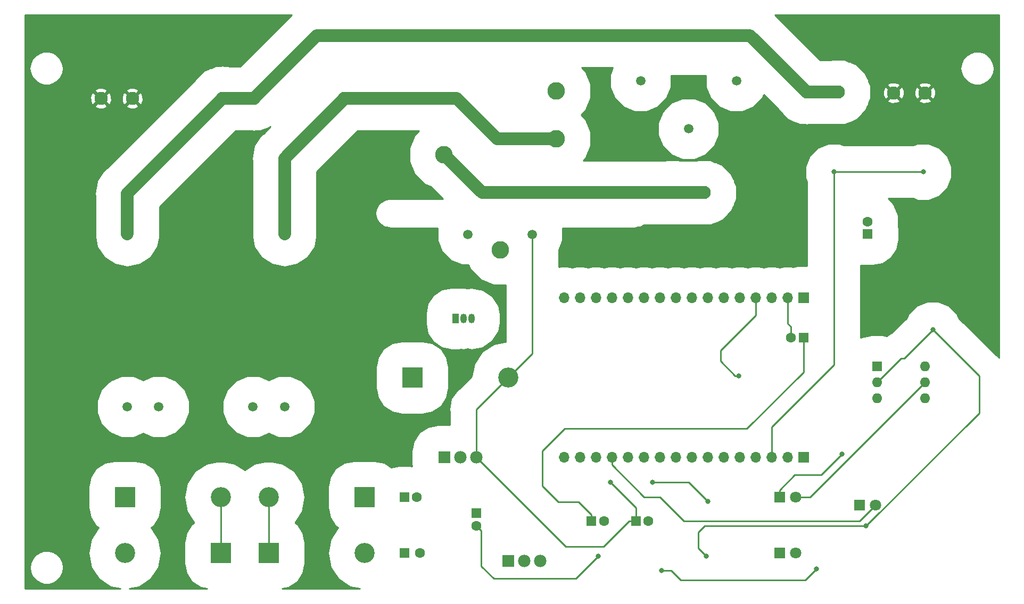
<source format=gbr>
G04 #@! TF.GenerationSoftware,KiCad,Pcbnew,(5.0.1)-4*
G04 #@! TF.CreationDate,2021-06-16T15:33:18+02:00*
G04 #@! TF.ProjectId,IOT SMART SWITCH,494F5420534D41525420535749544348,1.0*
G04 #@! TF.SameCoordinates,Original*
G04 #@! TF.FileFunction,Copper,L2,Bot,Signal*
G04 #@! TF.FilePolarity,Positive*
%FSLAX46Y46*%
G04 Gerber Fmt 4.6, Leading zero omitted, Abs format (unit mm)*
G04 Created by KiCad (PCBNEW (5.0.1)-4) date 2021/06/16 15:33:18*
%MOMM*%
%LPD*%
G01*
G04 APERTURE LIST*
G04 #@! TA.AperFunction,ComponentPad*
%ADD10O,1.700000X1.700000*%
G04 #@! TD*
G04 #@! TA.AperFunction,ComponentPad*
%ADD11R,1.700000X1.700000*%
G04 #@! TD*
G04 #@! TA.AperFunction,ComponentPad*
%ADD12R,1.600000X1.600000*%
G04 #@! TD*
G04 #@! TA.AperFunction,ComponentPad*
%ADD13C,1.600000*%
G04 #@! TD*
G04 #@! TA.AperFunction,ComponentPad*
%ADD14C,1.519000*%
G04 #@! TD*
G04 #@! TA.AperFunction,ComponentPad*
%ADD15C,2.100000*%
G04 #@! TD*
G04 #@! TA.AperFunction,ComponentPad*
%ADD16C,1.500000*%
G04 #@! TD*
G04 #@! TA.AperFunction,ComponentPad*
%ADD17O,3.200000X3.200000*%
G04 #@! TD*
G04 #@! TA.AperFunction,ComponentPad*
%ADD18R,3.200000X3.200000*%
G04 #@! TD*
G04 #@! TA.AperFunction,ComponentPad*
%ADD19C,1.800000*%
G04 #@! TD*
G04 #@! TA.AperFunction,ComponentPad*
%ADD20R,1.800000X1.800000*%
G04 #@! TD*
G04 #@! TA.AperFunction,ComponentPad*
%ADD21C,2.800000*%
G04 #@! TD*
G04 #@! TA.AperFunction,ComponentPad*
%ADD22O,1.050000X1.500000*%
G04 #@! TD*
G04 #@! TA.AperFunction,ComponentPad*
%ADD23R,1.050000X1.500000*%
G04 #@! TD*
G04 #@! TA.AperFunction,ComponentPad*
%ADD24O,1.600000X1.600000*%
G04 #@! TD*
G04 #@! TA.AperFunction,ComponentPad*
%ADD25C,1.980000*%
G04 #@! TD*
G04 #@! TA.AperFunction,ComponentPad*
%ADD26R,1.980000X1.980000*%
G04 #@! TD*
G04 #@! TA.AperFunction,ViaPad*
%ADD27C,0.800000*%
G04 #@! TD*
G04 #@! TA.AperFunction,Conductor*
%ADD28C,0.250000*%
G04 #@! TD*
G04 #@! TA.AperFunction,Conductor*
%ADD29C,2.000000*%
G04 #@! TD*
G04 #@! TA.AperFunction,Conductor*
%ADD30C,0.254000*%
G04 #@! TD*
G04 APERTURE END LIST*
D10*
G04 #@! TO.P,J4,16*
G04 #@! TO.N,Net-(J4-Pad16)*
X152400000Y-77470000D03*
G04 #@! TO.P,J4,15*
G04 #@! TO.N,Net-(J4-Pad15)*
X154940000Y-77470000D03*
G04 #@! TO.P,J4,14*
G04 #@! TO.N,Net-(J4-Pad14)*
X157480000Y-77470000D03*
G04 #@! TO.P,J4,13*
G04 #@! TO.N,Net-(J4-Pad13)*
X160020000Y-77470000D03*
G04 #@! TO.P,J4,12*
G04 #@! TO.N,Net-(J4-Pad12)*
X162560000Y-77470000D03*
G04 #@! TO.P,J4,11*
G04 #@! TO.N,Net-(J4-Pad11)*
X165100000Y-77470000D03*
G04 #@! TO.P,J4,10*
G04 #@! TO.N,Net-(J4-Pad10)*
X167640000Y-77470000D03*
G04 #@! TO.P,J4,9*
G04 #@! TO.N,Net-(J4-Pad9)*
X170180000Y-77470000D03*
G04 #@! TO.P,J4,8*
G04 #@! TO.N,Net-(J4-Pad8)*
X172720000Y-77470000D03*
G04 #@! TO.P,J4,7*
G04 #@! TO.N,Net-(J4-Pad7)*
X175260000Y-77470000D03*
G04 #@! TO.P,J4,6*
G04 #@! TO.N,Net-(J4-Pad6)*
X177800000Y-77470000D03*
G04 #@! TO.P,J4,5*
G04 #@! TO.N,Net-(J4-Pad5)*
X180340000Y-77470000D03*
G04 #@! TO.P,J4,4*
G04 #@! TO.N,ESP_Pin_21*
X182880000Y-77470000D03*
G04 #@! TO.P,J4,3*
G04 #@! TO.N,Net-(J4-Pad3)*
X185420000Y-77470000D03*
G04 #@! TO.P,J4,2*
G04 #@! TO.N,GNDPWR*
X187960000Y-77470000D03*
D11*
G04 #@! TO.P,J4,1*
G04 #@! TO.N,3V3_DC*
X190500000Y-77470000D03*
G04 #@! TD*
D12*
G04 #@! TO.P,C6,1*
G04 #@! TO.N,12V_DC*
X163830000Y-113030000D03*
D13*
G04 #@! TO.P,C6,2*
G04 #@! TO.N,GNDPWR*
X165830000Y-113030000D03*
G04 #@! TD*
D14*
G04 #@! TO.P,T2,1*
G04 #@! TO.N,CT_ADC*
X164592000Y-42926000D03*
G04 #@! TO.P,T2,2*
G04 #@! TO.N,Net-(C2-Pad1)*
X179832000Y-42926000D03*
G04 #@! TO.P,T2,3*
G04 #@! TO.N,Net-(T2-Pad3)*
X172212000Y-50546000D03*
G04 #@! TD*
D15*
G04 #@! TO.P,J7,1*
G04 #@! TO.N,Net-(J7-Pad1)*
X169672000Y-60706000D03*
G04 #@! TO.P,J7,2*
X174672000Y-60706000D03*
G04 #@! TD*
D16*
G04 #@! TO.P,T1,1*
G04 #@! TO.N,MAINS_L*
X107950000Y-67310000D03*
G04 #@! TO.P,T1,2*
G04 #@! TO.N,MAINS_N*
X82950000Y-67310000D03*
G04 #@! TO.P,T1,3*
G04 #@! TO.N,-18V_AC*
X82950000Y-94810000D03*
G04 #@! TO.P,T1,4*
X87950000Y-94810000D03*
G04 #@! TO.P,T1,5*
G04 #@! TO.N,Net-(D2-Pad2)*
X102950000Y-94810000D03*
G04 #@! TO.P,T1,6*
X107950000Y-94810000D03*
G04 #@! TD*
D12*
G04 #@! TO.P,C1,1*
G04 #@! TO.N,16V_DC*
X127000000Y-118110000D03*
D13*
G04 #@! TO.P,C1,2*
G04 #@! TO.N,GNDPWR*
X129500000Y-118110000D03*
G04 #@! TD*
G04 #@! TO.P,C2,2*
G04 #@! TO.N,GNDPWR*
X200660000Y-65310000D03*
D12*
G04 #@! TO.P,C2,1*
G04 #@! TO.N,Net-(C2-Pad1)*
X200660000Y-67310000D03*
G04 #@! TD*
D13*
G04 #@! TO.P,C3,2*
G04 #@! TO.N,GNDPWR*
X129000000Y-109220000D03*
D12*
G04 #@! TO.P,C3,1*
G04 #@! TO.N,16V_DC*
X127000000Y-109220000D03*
G04 #@! TD*
G04 #@! TO.P,C4,1*
G04 #@! TO.N,16V_DC*
X138430000Y-111760000D03*
D13*
G04 #@! TO.P,C4,2*
G04 #@! TO.N,GNDPWR*
X138430000Y-113760000D03*
G04 #@! TD*
D12*
G04 #@! TO.P,C5,1*
G04 #@! TO.N,3V3_DC*
X190500000Y-83820000D03*
D13*
G04 #@! TO.P,C5,2*
G04 #@! TO.N,GNDPWR*
X188500000Y-83820000D03*
G04 #@! TD*
G04 #@! TO.P,C7,2*
G04 #@! TO.N,GNDPWR*
X158750000Y-113030000D03*
D12*
G04 #@! TO.P,C7,1*
G04 #@! TO.N,3V3_DC*
X156750000Y-113030000D03*
G04 #@! TD*
D17*
G04 #@! TO.P,D1,2*
G04 #@! TO.N,12V_DC*
X143510000Y-90170000D03*
D18*
G04 #@! TO.P,D1,1*
G04 #@! TO.N,Net-(D1-Pad1)*
X128270000Y-90170000D03*
G04 #@! TD*
G04 #@! TO.P,D2,1*
G04 #@! TO.N,16V_DC*
X120650000Y-109220000D03*
D17*
G04 #@! TO.P,D2,2*
G04 #@! TO.N,Net-(D2-Pad2)*
X105410000Y-109220000D03*
G04 #@! TD*
G04 #@! TO.P,D3,2*
G04 #@! TO.N,GNDPWR*
X120650000Y-118110000D03*
D18*
G04 #@! TO.P,D3,1*
G04 #@! TO.N,Net-(D2-Pad2)*
X105410000Y-118110000D03*
G04 #@! TD*
G04 #@! TO.P,D4,1*
G04 #@! TO.N,16V_DC*
X82550000Y-109220000D03*
D17*
G04 #@! TO.P,D4,2*
G04 #@! TO.N,-18V_AC*
X97790000Y-109220000D03*
G04 #@! TD*
D18*
G04 #@! TO.P,D5,1*
G04 #@! TO.N,-18V_AC*
X97790000Y-118110000D03*
D17*
G04 #@! TO.P,D5,2*
G04 #@! TO.N,GNDPWR*
X82550000Y-118110000D03*
G04 #@! TD*
D19*
G04 #@! TO.P,D6,2*
G04 #@! TO.N,Net-(D6-Pad2)*
X201930000Y-110490000D03*
D20*
G04 #@! TO.P,D6,1*
G04 #@! TO.N,Net-(D6-Pad1)*
X199390000Y-110490000D03*
G04 #@! TD*
G04 #@! TO.P,D7,1*
G04 #@! TO.N,Net-(D7-Pad1)*
X186690000Y-109220000D03*
D19*
G04 #@! TO.P,D7,2*
G04 #@! TO.N,12V_DC*
X189230000Y-109220000D03*
G04 #@! TD*
D20*
G04 #@! TO.P,D8,1*
G04 #@! TO.N,Net-(D8-Pad1)*
X186690000Y-118110000D03*
D19*
G04 #@! TO.P,D8,2*
G04 #@! TO.N,3V3_DC*
X189230000Y-118110000D03*
G04 #@! TD*
D11*
G04 #@! TO.P,J5,1*
G04 #@! TO.N,Net-(J5-Pad1)*
X190500000Y-102870000D03*
D10*
G04 #@! TO.P,J5,2*
G04 #@! TO.N,Net-(J5-Pad2)*
X187960000Y-102870000D03*
G04 #@! TO.P,J5,3*
G04 #@! TO.N,CT_ADC*
X185420000Y-102870000D03*
G04 #@! TO.P,J5,4*
G04 #@! TO.N,Net-(J5-Pad4)*
X182880000Y-102870000D03*
G04 #@! TO.P,J5,5*
G04 #@! TO.N,Net-(J5-Pad5)*
X180340000Y-102870000D03*
G04 #@! TO.P,J5,6*
G04 #@! TO.N,Net-(J5-Pad6)*
X177800000Y-102870000D03*
G04 #@! TO.P,J5,7*
G04 #@! TO.N,Net-(J5-Pad7)*
X175260000Y-102870000D03*
G04 #@! TO.P,J5,8*
G04 #@! TO.N,Net-(J5-Pad8)*
X172720000Y-102870000D03*
G04 #@! TO.P,J5,9*
G04 #@! TO.N,Net-(J5-Pad9)*
X170180000Y-102870000D03*
G04 #@! TO.P,J5,10*
G04 #@! TO.N,Net-(J5-Pad10)*
X167640000Y-102870000D03*
G04 #@! TO.P,J5,11*
G04 #@! TO.N,Net-(J5-Pad11)*
X165100000Y-102870000D03*
G04 #@! TO.P,J5,12*
G04 #@! TO.N,Net-(J5-Pad12)*
X162560000Y-102870000D03*
G04 #@! TO.P,J5,13*
G04 #@! TO.N,Net-(D6-Pad2)*
X160020000Y-102870000D03*
G04 #@! TO.P,J5,14*
G04 #@! TO.N,Net-(J5-Pad14)*
X157480000Y-102870000D03*
G04 #@! TO.P,J5,15*
G04 #@! TO.N,Net-(J5-Pad15)*
X154940000Y-102870000D03*
G04 #@! TO.P,J5,16*
G04 #@! TO.N,Net-(J5-Pad16)*
X152400000Y-102870000D03*
G04 #@! TD*
D21*
G04 #@! TO.P,K1,1*
G04 #@! TO.N,Net-(K1-Pad1)*
X142240000Y-69850000D03*
D16*
G04 #@! TO.P,K1,2*
G04 #@! TO.N,12V_DC*
X147340000Y-67350000D03*
D21*
G04 #@! TO.P,K1,3*
G04 #@! TO.N,MAINS_L*
X151140000Y-52150000D03*
G04 #@! TO.P,K1,4*
G04 #@! TO.N,Net-(K1-Pad4)*
X151140000Y-44550000D03*
G04 #@! TO.P,K1,5*
G04 #@! TO.N,Net-(J7-Pad1)*
X133340000Y-54650000D03*
D16*
G04 #@! TO.P,K1,6*
G04 #@! TO.N,Net-(D1-Pad1)*
X137140000Y-67350000D03*
G04 #@! TD*
D22*
G04 #@! TO.P,Q1,2*
G04 #@! TO.N,Net-(Q1-Pad2)*
X136398000Y-80772000D03*
G04 #@! TO.P,Q1,3*
G04 #@! TO.N,GNDPWR*
X137668000Y-80772000D03*
D23*
G04 #@! TO.P,Q1,1*
G04 #@! TO.N,Net-(D1-Pad1)*
X135128000Y-80772000D03*
G04 #@! TD*
D24*
G04 #@! TO.P,U1,6*
G04 #@! TO.N,Net-(U1-Pad6)*
X209804000Y-88392000D03*
G04 #@! TO.P,U1,3*
G04 #@! TO.N,Net-(U1-Pad3)*
X202184000Y-93472000D03*
G04 #@! TO.P,U1,5*
G04 #@! TO.N,12V_DC*
X209804000Y-90932000D03*
G04 #@! TO.P,U1,2*
G04 #@! TO.N,GNDPWR*
X202184000Y-90932000D03*
G04 #@! TO.P,U1,4*
G04 #@! TO.N,Net-(R2-Pad1)*
X209804000Y-93472000D03*
D12*
G04 #@! TO.P,U1,1*
G04 #@! TO.N,Net-(R1-Pad2)*
X202184000Y-88392000D03*
G04 #@! TD*
D25*
G04 #@! TO.P,U2,3*
G04 #@! TO.N,12V_DC*
X138450000Y-102870000D03*
G04 #@! TO.P,U2,2*
G04 #@! TO.N,Net-(R8-Pad2)*
X135900000Y-102870000D03*
D26*
G04 #@! TO.P,U2,1*
G04 #@! TO.N,16V_DC*
X133350000Y-102870000D03*
G04 #@! TD*
G04 #@! TO.P,U3,1*
G04 #@! TO.N,16V_DC*
X143510000Y-119380000D03*
D25*
G04 #@! TO.P,U3,2*
G04 #@! TO.N,Net-(R10-Pad2)*
X146060000Y-119380000D03*
G04 #@! TO.P,U3,3*
G04 #@! TO.N,3V3_DC*
X148610000Y-119380000D03*
G04 #@! TD*
D15*
G04 #@! TO.P,J1,2*
G04 #@! TO.N,MAINS_L*
X122475000Y-45720000D03*
G04 #@! TO.P,J1,1*
X117475000Y-45720000D03*
G04 #@! TD*
G04 #@! TO.P,J2,1*
G04 #@! TO.N,Earth*
X78740000Y-45720000D03*
G04 #@! TO.P,J2,2*
X83740000Y-45720000D03*
G04 #@! TD*
G04 #@! TO.P,J3,1*
G04 #@! TO.N,MAINS_N*
X98044000Y-45720000D03*
G04 #@! TO.P,J3,2*
X103044000Y-45720000D03*
G04 #@! TD*
G04 #@! TO.P,J6,2*
G04 #@! TO.N,MAINS_N*
X196008000Y-44704000D03*
G04 #@! TO.P,J6,1*
X191008000Y-44704000D03*
G04 #@! TD*
G04 #@! TO.P,J8,2*
G04 #@! TO.N,Earth*
X209851000Y-44831000D03*
G04 #@! TO.P,J8,1*
X204851000Y-44831000D03*
G04 #@! TD*
D27*
G04 #@! TO.N,12V_DC*
X166497000Y-106807000D03*
X175260000Y-109855000D03*
X159766000Y-106807000D03*
G04 #@! TO.N,GNDPWR*
X211074000Y-82550000D03*
X157828410Y-118618000D03*
X175006000Y-118618000D03*
X200406000Y-113792000D03*
G04 #@! TO.N,3V3_DC*
X167894000Y-120904000D03*
X192532000Y-120650000D03*
G04 #@! TO.N,Net-(D7-Pad1)*
X196596000Y-102362000D03*
G04 #@! TO.N,ESP_Pin_21*
X180213000Y-89916000D03*
G04 #@! TO.N,CT_ADC*
X209550000Y-57404000D03*
X195326000Y-57404000D03*
G04 #@! TD*
D28*
G04 #@! TO.N,GNDPWR*
X187960000Y-77470000D02*
X187960000Y-81534000D01*
X188500000Y-82074000D02*
X188500000Y-83820000D01*
X187960000Y-81534000D02*
X188500000Y-82074000D01*
X205994000Y-87122000D02*
X202184000Y-90932000D01*
X211074000Y-82550000D02*
X206502000Y-87122000D01*
X206502000Y-87122000D02*
X205994000Y-87122000D01*
X139229999Y-114559999D02*
X139229999Y-120179999D01*
X138430000Y-113760000D02*
X139229999Y-114559999D01*
X139229999Y-120179999D02*
X141224000Y-122174000D01*
X141224000Y-122174000D02*
X148590000Y-122174000D01*
X154272410Y-122174000D02*
X157828410Y-118618000D01*
X148590000Y-122174000D02*
X154272410Y-122174000D01*
X157828410Y-118618000D02*
X157828410Y-118618000D01*
X218440000Y-89916000D02*
X211074000Y-82550000D01*
X175006000Y-118618000D02*
X173736000Y-117348000D01*
X173736000Y-114808000D02*
X174752000Y-113792000D01*
X174752000Y-113792000D02*
X200406000Y-113792000D01*
X200441002Y-113792000D02*
X218440000Y-95793002D01*
X173736000Y-117348000D02*
X173736000Y-114808000D01*
X218440000Y-95793002D02*
X218440000Y-89916000D01*
X200406000Y-113792000D02*
X200441002Y-113792000D01*
G04 #@! TO.N,3V3_DC*
X167894000Y-120904000D02*
X169418000Y-120904000D01*
X169418000Y-120904000D02*
X170942000Y-122428000D01*
X170942000Y-122428000D02*
X190754000Y-122428000D01*
X190754000Y-122428000D02*
X192532000Y-120650000D01*
X192532000Y-120650000D02*
X192532000Y-120650000D01*
X190500000Y-89281000D02*
X190500000Y-83820000D01*
X181515001Y-98265999D02*
X190500000Y-89281000D01*
X152559001Y-98265999D02*
X181515001Y-98265999D01*
X156750000Y-111980000D02*
X154752000Y-109982000D01*
X156750000Y-113030000D02*
X156750000Y-111980000D01*
X154752000Y-109982000D02*
X151511000Y-109982000D01*
X151511000Y-109982000D02*
X148971000Y-107442000D01*
X148971000Y-107442000D02*
X148971000Y-101854000D01*
X148971000Y-101854000D02*
X152559001Y-98265999D01*
G04 #@! TO.N,12V_DC*
X147340000Y-86340000D02*
X143510000Y-90170000D01*
X147340000Y-67350000D02*
X147340000Y-86340000D01*
X138450000Y-102870000D02*
X152674000Y-117094000D01*
X162780000Y-113030000D02*
X163830000Y-113030000D01*
X158716000Y-117094000D02*
X162780000Y-113030000D01*
X152674000Y-117094000D02*
X158716000Y-117094000D01*
X191516000Y-109220000D02*
X209804000Y-90932000D01*
X189230000Y-109220000D02*
X191516000Y-109220000D01*
X138450000Y-95230000D02*
X143510000Y-90170000D01*
X138450000Y-102870000D02*
X138450000Y-95230000D01*
X163830000Y-110871000D02*
X159766000Y-106807000D01*
X163830000Y-113030000D02*
X163830000Y-110871000D01*
X172212000Y-106807000D02*
X175260000Y-109855000D01*
X166497000Y-106807000D02*
X172212000Y-106807000D01*
G04 #@! TO.N,Net-(D2-Pad2)*
X105410000Y-111482741D02*
X105410000Y-118110000D01*
X105410000Y-109220000D02*
X105410000Y-111482741D01*
G04 #@! TO.N,-18V_AC*
X97790000Y-116260000D02*
X97790000Y-109220000D01*
X97790000Y-118110000D02*
X97790000Y-116260000D01*
G04 #@! TO.N,Net-(D6-Pad2)*
X160020000Y-104072081D02*
X165167919Y-109220000D01*
X160020000Y-102870000D02*
X160020000Y-104072081D01*
X165167919Y-109220000D02*
X167640000Y-109220000D01*
X167640000Y-109220000D02*
X171450000Y-113030000D01*
X199390000Y-113030000D02*
X201930000Y-110490000D01*
X171450000Y-113030000D02*
X199390000Y-113030000D01*
G04 #@! TO.N,Net-(D7-Pad1)*
X186690000Y-108070000D02*
X189096000Y-105664000D01*
X186690000Y-109220000D02*
X186690000Y-108070000D01*
X189096000Y-105664000D02*
X193040000Y-105664000D01*
X193040000Y-105664000D02*
X193294000Y-105664000D01*
X193294000Y-105664000D02*
X196596000Y-102362000D01*
X196596000Y-102362000D02*
X196596000Y-102362000D01*
D29*
G04 #@! TO.N,MAINS_L*
X107950000Y-55245000D02*
X117475000Y-45720000D01*
X107950000Y-67310000D02*
X107950000Y-55245000D01*
X141792002Y-52150000D02*
X135362002Y-45720000D01*
X151140000Y-52150000D02*
X141792002Y-52150000D01*
X135362002Y-45720000D02*
X117475000Y-45720000D01*
G04 #@! TO.N,MAINS_N*
X82950000Y-60814000D02*
X98044000Y-45720000D01*
X82950000Y-67310000D02*
X82950000Y-60814000D01*
X98044000Y-45720000D02*
X101600000Y-45720000D01*
X101600000Y-45720000D02*
X103044000Y-45720000D01*
X103044000Y-45720000D02*
X113077000Y-35687000D01*
X181991000Y-35687000D02*
X191008000Y-44704000D01*
X113077000Y-35687000D02*
X181991000Y-35687000D01*
X191008000Y-44704000D02*
X196008000Y-44704000D01*
D28*
G04 #@! TO.N,ESP_Pin_21*
X179647315Y-89916000D02*
X177292000Y-87560685D01*
X180213000Y-89916000D02*
X179647315Y-89916000D01*
X182880000Y-77470000D02*
X182880000Y-80264000D01*
X177292000Y-85852000D02*
X177292000Y-87560685D01*
X182880000Y-80264000D02*
X177292000Y-85852000D01*
G04 #@! TO.N,CT_ADC*
X209550000Y-57404000D02*
X209550000Y-57404000D01*
X209550000Y-57404000D02*
X209550000Y-57404000D01*
X195326000Y-57404000D02*
X209550000Y-57404000D01*
X185420000Y-102870000D02*
X185420000Y-98044000D01*
X195326000Y-88138000D02*
X195326000Y-57404000D01*
X185420000Y-98044000D02*
X195326000Y-88138000D01*
D29*
G04 #@! TO.N,Net-(J7-Pad1)*
X139396000Y-60706000D02*
X133340000Y-54650000D01*
X169672000Y-60706000D02*
X139396000Y-60706000D01*
X169672000Y-60706000D02*
X174672000Y-60706000D01*
G04 #@! TD*
D30*
G04 #@! TO.N,Earth*
G36*
X109094603Y-32418724D02*
X100920328Y-40593000D01*
X99194480Y-40593000D01*
X99073769Y-40543000D01*
X98297590Y-40543000D01*
X98044000Y-40492558D01*
X97790410Y-40543000D01*
X97014231Y-40543000D01*
X96297142Y-40840028D01*
X96043544Y-40890472D01*
X95828554Y-41034124D01*
X95111465Y-41331152D01*
X94562627Y-41879990D01*
X94347640Y-42023640D01*
X94203990Y-42238627D01*
X93655152Y-42787465D01*
X93605152Y-42908175D01*
X79681725Y-56831603D01*
X79253641Y-57117640D01*
X78967604Y-57545724D01*
X78967602Y-57545726D01*
X78120472Y-58813545D01*
X77978200Y-59528795D01*
X77823000Y-60309038D01*
X77823000Y-60309042D01*
X77722558Y-60814000D01*
X77823000Y-61318958D01*
X77823000Y-67814961D01*
X78120472Y-69310455D01*
X79253640Y-71006360D01*
X80949544Y-72139528D01*
X82950000Y-72537443D01*
X84950455Y-72139528D01*
X86646360Y-71006360D01*
X87779528Y-69310456D01*
X88077000Y-67814962D01*
X88077000Y-62937672D01*
X100167673Y-50847000D01*
X101893520Y-50847000D01*
X102014231Y-50897000D01*
X102790410Y-50897000D01*
X103044000Y-50947442D01*
X103297590Y-50897000D01*
X104073769Y-50897000D01*
X104790858Y-50599972D01*
X105044456Y-50549528D01*
X105259446Y-50405876D01*
X105735739Y-50208589D01*
X104681724Y-51262604D01*
X104253641Y-51548640D01*
X103967604Y-51976724D01*
X103967602Y-51976726D01*
X103120472Y-53244545D01*
X102722558Y-55245000D01*
X102823001Y-55749962D01*
X102823000Y-67814961D01*
X103120472Y-69310455D01*
X104253640Y-71006360D01*
X105949544Y-72139528D01*
X107950000Y-72537443D01*
X109950455Y-72139528D01*
X111646360Y-71006360D01*
X112779528Y-69310456D01*
X113077000Y-67814962D01*
X113077000Y-57368672D01*
X119598673Y-50847000D01*
X121324520Y-50847000D01*
X121445231Y-50897000D01*
X123504769Y-50897000D01*
X123625480Y-50847000D01*
X129326642Y-50847000D01*
X128654436Y-51519206D01*
X127813000Y-53550611D01*
X127813000Y-55749389D01*
X128654436Y-57780794D01*
X130209206Y-59335564D01*
X131174892Y-59735565D01*
X133136327Y-61697000D01*
X124648997Y-61697000D01*
X124597953Y-61707153D01*
X124100566Y-61785932D01*
X123904179Y-61849742D01*
X123443933Y-62084249D01*
X123276876Y-62205623D01*
X122911624Y-62570876D01*
X122911623Y-62570877D01*
X122790249Y-62737933D01*
X122555742Y-63198179D01*
X122491932Y-63394565D01*
X122411126Y-63904753D01*
X122411126Y-64111247D01*
X122491932Y-64621435D01*
X122535533Y-64755623D01*
X122555742Y-64817821D01*
X122790249Y-65278067D01*
X122911623Y-65445123D01*
X123276876Y-65810377D01*
X123376833Y-65883000D01*
X123443933Y-65931751D01*
X123904179Y-66166258D01*
X124100566Y-66230068D01*
X124597953Y-66308847D01*
X124648997Y-66319000D01*
X132288227Y-66319000D01*
X132263000Y-66379904D01*
X132263000Y-68320096D01*
X133005479Y-70112599D01*
X134377401Y-71484521D01*
X136169904Y-72227000D01*
X137242204Y-72227000D01*
X137554436Y-72980794D01*
X139109206Y-74535564D01*
X141140611Y-75377000D01*
X143088000Y-75377000D01*
X143088001Y-84443000D01*
X142945942Y-84443000D01*
X141275436Y-84775284D01*
X139381063Y-86041063D01*
X138115284Y-87935436D01*
X137714016Y-89952749D01*
X135739508Y-91927257D01*
X135384480Y-92164479D01*
X135147258Y-92519507D01*
X134444704Y-93570953D01*
X134114699Y-95230000D01*
X134198001Y-95648787D01*
X134198001Y-97672148D01*
X132360000Y-97672148D01*
X130749725Y-97992452D01*
X129384599Y-98904599D01*
X128472452Y-100269725D01*
X128152148Y-101880000D01*
X128152148Y-103860000D01*
X128238277Y-104293000D01*
X128206470Y-104293000D01*
X127800000Y-104212148D01*
X126200000Y-104212148D01*
X124950238Y-104460741D01*
X123860275Y-103732452D01*
X122250000Y-103412148D01*
X119050000Y-103412148D01*
X117439725Y-103732452D01*
X116074599Y-104644599D01*
X115162452Y-106009725D01*
X114842148Y-107620000D01*
X114842148Y-110820000D01*
X115162452Y-112430275D01*
X116074599Y-113795401D01*
X116469023Y-114058946D01*
X115255284Y-115875436D01*
X114810802Y-118110000D01*
X115255284Y-120344564D01*
X116521063Y-122238937D01*
X118415436Y-123504716D01*
X119899930Y-123800000D01*
X107602481Y-123800000D01*
X108620275Y-123597548D01*
X109985401Y-122685401D01*
X110897548Y-121320275D01*
X111217852Y-119710000D01*
X111217852Y-116510000D01*
X110897548Y-114899725D01*
X109985401Y-113534599D01*
X109662000Y-113318510D01*
X109662000Y-113164760D01*
X110804716Y-111454564D01*
X111249198Y-109220000D01*
X110804716Y-106985436D01*
X109538937Y-105091063D01*
X107644564Y-103825284D01*
X105974058Y-103493000D01*
X104845942Y-103493000D01*
X103175436Y-103825284D01*
X101600000Y-104877956D01*
X100024564Y-103825284D01*
X98354058Y-103493000D01*
X97225942Y-103493000D01*
X95555436Y-103825284D01*
X93661063Y-105091063D01*
X92395284Y-106985436D01*
X91950802Y-109220000D01*
X92395284Y-111454564D01*
X93538000Y-113164760D01*
X93538000Y-113318510D01*
X93214599Y-113534599D01*
X92302452Y-114899725D01*
X91982148Y-116510000D01*
X91982148Y-119710000D01*
X92302452Y-121320275D01*
X93214599Y-122685401D01*
X94579725Y-123597548D01*
X95597519Y-123800000D01*
X83300070Y-123800000D01*
X84784564Y-123504716D01*
X86678937Y-122238937D01*
X87944716Y-120344564D01*
X88389198Y-118110000D01*
X87944716Y-115875436D01*
X86730977Y-114058946D01*
X87125401Y-113795401D01*
X88037548Y-112430275D01*
X88357852Y-110820000D01*
X88357852Y-107620000D01*
X88037548Y-106009725D01*
X87125401Y-104644599D01*
X85760275Y-103732452D01*
X84150000Y-103412148D01*
X80950000Y-103412148D01*
X79339725Y-103732452D01*
X77974599Y-104644599D01*
X77062452Y-106009725D01*
X76742148Y-107620000D01*
X76742148Y-110820000D01*
X77062452Y-112430275D01*
X77974599Y-113795401D01*
X78369023Y-114058946D01*
X77155284Y-115875436D01*
X76710802Y-118110000D01*
X77155284Y-120344564D01*
X78421063Y-122238937D01*
X80315436Y-123504716D01*
X81799930Y-123800000D01*
X66700000Y-123800000D01*
X66700000Y-120428742D01*
X67424200Y-120428742D01*
X67541103Y-121179556D01*
X67864036Y-121867381D01*
X68367039Y-122436923D01*
X69009674Y-122842396D01*
X69740282Y-123051204D01*
X70500129Y-123046563D01*
X71228132Y-122828844D01*
X71865766Y-122415550D01*
X72361772Y-121839906D01*
X72676278Y-121148187D01*
X72784000Y-120396000D01*
X72783200Y-120330522D01*
X72657133Y-119581191D01*
X72325821Y-118897363D01*
X71815898Y-118334009D01*
X71168356Y-117936418D01*
X70435252Y-117736550D01*
X69675518Y-117750475D01*
X68950230Y-117977071D01*
X68317693Y-118398124D01*
X67828756Y-118979785D01*
X67522724Y-119675295D01*
X67424200Y-120428742D01*
X66700000Y-120428742D01*
X66700000Y-93839904D01*
X78073000Y-93839904D01*
X78073000Y-95780096D01*
X78815479Y-97572599D01*
X80187401Y-98944521D01*
X81979904Y-99687000D01*
X83920096Y-99687000D01*
X85450000Y-99053293D01*
X86979904Y-99687000D01*
X88920096Y-99687000D01*
X90712599Y-98944521D01*
X92084521Y-97572599D01*
X92827000Y-95780096D01*
X92827000Y-93839904D01*
X98073000Y-93839904D01*
X98073000Y-95780096D01*
X98815479Y-97572599D01*
X100187401Y-98944521D01*
X101979904Y-99687000D01*
X103920096Y-99687000D01*
X105450000Y-99053293D01*
X106979904Y-99687000D01*
X108920096Y-99687000D01*
X110712599Y-98944521D01*
X112084521Y-97572599D01*
X112827000Y-95780096D01*
X112827000Y-93839904D01*
X112084521Y-92047401D01*
X110712599Y-90675479D01*
X108920096Y-89933000D01*
X106979904Y-89933000D01*
X105450000Y-90566707D01*
X103920096Y-89933000D01*
X101979904Y-89933000D01*
X100187401Y-90675479D01*
X98815479Y-92047401D01*
X98073000Y-93839904D01*
X92827000Y-93839904D01*
X92084521Y-92047401D01*
X90712599Y-90675479D01*
X88920096Y-89933000D01*
X86979904Y-89933000D01*
X85450000Y-90566707D01*
X83920096Y-89933000D01*
X81979904Y-89933000D01*
X80187401Y-90675479D01*
X78815479Y-92047401D01*
X78073000Y-93839904D01*
X66700000Y-93839904D01*
X66700000Y-88570000D01*
X122462148Y-88570000D01*
X122462148Y-91770000D01*
X122782452Y-93380275D01*
X123694599Y-94745401D01*
X125059725Y-95657548D01*
X126670000Y-95977852D01*
X129870000Y-95977852D01*
X131480275Y-95657548D01*
X132845401Y-94745401D01*
X133757548Y-93380275D01*
X134077852Y-91770000D01*
X134077852Y-88570000D01*
X133757548Y-86959725D01*
X132845401Y-85594599D01*
X131480275Y-84682452D01*
X129870000Y-84362148D01*
X126670000Y-84362148D01*
X125059725Y-84682452D01*
X123694599Y-85594599D01*
X122782452Y-86959725D01*
X122462148Y-88570000D01*
X66700000Y-88570000D01*
X66700000Y-80022000D01*
X130395148Y-80022000D01*
X130395148Y-81522000D01*
X130715452Y-83132275D01*
X131627599Y-84497401D01*
X132992725Y-85409548D01*
X134603000Y-85729852D01*
X135653000Y-85729852D01*
X135999644Y-85660900D01*
X136398000Y-85740138D01*
X137033000Y-85613829D01*
X137668000Y-85740138D01*
X139483120Y-85379088D01*
X141021905Y-84350905D01*
X142050088Y-82812119D01*
X142320000Y-81455180D01*
X142320000Y-80088819D01*
X142050088Y-78731880D01*
X141021905Y-77193095D01*
X139483119Y-76164912D01*
X137668000Y-75803862D01*
X137033000Y-75930171D01*
X136398000Y-75803862D01*
X135999644Y-75883100D01*
X135653000Y-75814148D01*
X134603000Y-75814148D01*
X132992725Y-76134452D01*
X131627599Y-77046599D01*
X130715452Y-78411725D01*
X130395148Y-80022000D01*
X66700000Y-80022000D01*
X66700000Y-46908703D01*
X77730902Y-46908703D01*
X77835687Y-47180745D01*
X78463526Y-47415619D01*
X79133456Y-47392349D01*
X79644313Y-47180745D01*
X79749098Y-46908703D01*
X82730902Y-46908703D01*
X82835687Y-47180745D01*
X83463526Y-47415619D01*
X84133456Y-47392349D01*
X84644313Y-47180745D01*
X84749098Y-46908703D01*
X83740000Y-45899605D01*
X82730902Y-46908703D01*
X79749098Y-46908703D01*
X78740000Y-45899605D01*
X77730902Y-46908703D01*
X66700000Y-46908703D01*
X66700000Y-45443526D01*
X77044381Y-45443526D01*
X77067651Y-46113456D01*
X77279255Y-46624313D01*
X77551297Y-46729098D01*
X78560395Y-45720000D01*
X78919605Y-45720000D01*
X79928703Y-46729098D01*
X80200745Y-46624313D01*
X80435619Y-45996474D01*
X80416413Y-45443526D01*
X82044381Y-45443526D01*
X82067651Y-46113456D01*
X82279255Y-46624313D01*
X82551297Y-46729098D01*
X83560395Y-45720000D01*
X83919605Y-45720000D01*
X84928703Y-46729098D01*
X85200745Y-46624313D01*
X85435619Y-45996474D01*
X85412349Y-45326544D01*
X85200745Y-44815687D01*
X84928703Y-44710902D01*
X83919605Y-45720000D01*
X83560395Y-45720000D01*
X82551297Y-44710902D01*
X82279255Y-44815687D01*
X82044381Y-45443526D01*
X80416413Y-45443526D01*
X80412349Y-45326544D01*
X80200745Y-44815687D01*
X79928703Y-44710902D01*
X78919605Y-45720000D01*
X78560395Y-45720000D01*
X77551297Y-44710902D01*
X77279255Y-44815687D01*
X77044381Y-45443526D01*
X66700000Y-45443526D01*
X66700000Y-44531297D01*
X77730902Y-44531297D01*
X78740000Y-45540395D01*
X79749098Y-44531297D01*
X82730902Y-44531297D01*
X83740000Y-45540395D01*
X84749098Y-44531297D01*
X84644313Y-44259255D01*
X84016474Y-44024381D01*
X83346544Y-44047651D01*
X82835687Y-44259255D01*
X82730902Y-44531297D01*
X79749098Y-44531297D01*
X79644313Y-44259255D01*
X79016474Y-44024381D01*
X78346544Y-44047651D01*
X77835687Y-44259255D01*
X77730902Y-44531297D01*
X66700000Y-44531297D01*
X66700000Y-40926742D01*
X67392200Y-40926742D01*
X67509103Y-41677556D01*
X67832036Y-42365381D01*
X68335039Y-42934923D01*
X68977674Y-43340396D01*
X69708282Y-43549204D01*
X70468129Y-43544563D01*
X71196132Y-43326844D01*
X71833766Y-42913550D01*
X72329772Y-42337906D01*
X72644278Y-41646187D01*
X72752000Y-40894000D01*
X72751200Y-40828522D01*
X72625133Y-40079191D01*
X72293821Y-39395363D01*
X71783898Y-38832009D01*
X71136356Y-38434418D01*
X70403252Y-38234550D01*
X69643518Y-38248475D01*
X68918230Y-38475071D01*
X68285693Y-38896124D01*
X67796756Y-39477785D01*
X67490724Y-40173295D01*
X67392200Y-40926742D01*
X66700000Y-40926742D01*
X66700000Y-32410000D01*
X109100432Y-32410000D01*
X109094603Y-32418724D01*
X109094603Y-32418724D01*
G37*
X109094603Y-32418724D02*
X100920328Y-40593000D01*
X99194480Y-40593000D01*
X99073769Y-40543000D01*
X98297590Y-40543000D01*
X98044000Y-40492558D01*
X97790410Y-40543000D01*
X97014231Y-40543000D01*
X96297142Y-40840028D01*
X96043544Y-40890472D01*
X95828554Y-41034124D01*
X95111465Y-41331152D01*
X94562627Y-41879990D01*
X94347640Y-42023640D01*
X94203990Y-42238627D01*
X93655152Y-42787465D01*
X93605152Y-42908175D01*
X79681725Y-56831603D01*
X79253641Y-57117640D01*
X78967604Y-57545724D01*
X78967602Y-57545726D01*
X78120472Y-58813545D01*
X77978200Y-59528795D01*
X77823000Y-60309038D01*
X77823000Y-60309042D01*
X77722558Y-60814000D01*
X77823000Y-61318958D01*
X77823000Y-67814961D01*
X78120472Y-69310455D01*
X79253640Y-71006360D01*
X80949544Y-72139528D01*
X82950000Y-72537443D01*
X84950455Y-72139528D01*
X86646360Y-71006360D01*
X87779528Y-69310456D01*
X88077000Y-67814962D01*
X88077000Y-62937672D01*
X100167673Y-50847000D01*
X101893520Y-50847000D01*
X102014231Y-50897000D01*
X102790410Y-50897000D01*
X103044000Y-50947442D01*
X103297590Y-50897000D01*
X104073769Y-50897000D01*
X104790858Y-50599972D01*
X105044456Y-50549528D01*
X105259446Y-50405876D01*
X105735739Y-50208589D01*
X104681724Y-51262604D01*
X104253641Y-51548640D01*
X103967604Y-51976724D01*
X103967602Y-51976726D01*
X103120472Y-53244545D01*
X102722558Y-55245000D01*
X102823001Y-55749962D01*
X102823000Y-67814961D01*
X103120472Y-69310455D01*
X104253640Y-71006360D01*
X105949544Y-72139528D01*
X107950000Y-72537443D01*
X109950455Y-72139528D01*
X111646360Y-71006360D01*
X112779528Y-69310456D01*
X113077000Y-67814962D01*
X113077000Y-57368672D01*
X119598673Y-50847000D01*
X121324520Y-50847000D01*
X121445231Y-50897000D01*
X123504769Y-50897000D01*
X123625480Y-50847000D01*
X129326642Y-50847000D01*
X128654436Y-51519206D01*
X127813000Y-53550611D01*
X127813000Y-55749389D01*
X128654436Y-57780794D01*
X130209206Y-59335564D01*
X131174892Y-59735565D01*
X133136327Y-61697000D01*
X124648997Y-61697000D01*
X124597953Y-61707153D01*
X124100566Y-61785932D01*
X123904179Y-61849742D01*
X123443933Y-62084249D01*
X123276876Y-62205623D01*
X122911624Y-62570876D01*
X122911623Y-62570877D01*
X122790249Y-62737933D01*
X122555742Y-63198179D01*
X122491932Y-63394565D01*
X122411126Y-63904753D01*
X122411126Y-64111247D01*
X122491932Y-64621435D01*
X122535533Y-64755623D01*
X122555742Y-64817821D01*
X122790249Y-65278067D01*
X122911623Y-65445123D01*
X123276876Y-65810377D01*
X123376833Y-65883000D01*
X123443933Y-65931751D01*
X123904179Y-66166258D01*
X124100566Y-66230068D01*
X124597953Y-66308847D01*
X124648997Y-66319000D01*
X132288227Y-66319000D01*
X132263000Y-66379904D01*
X132263000Y-68320096D01*
X133005479Y-70112599D01*
X134377401Y-71484521D01*
X136169904Y-72227000D01*
X137242204Y-72227000D01*
X137554436Y-72980794D01*
X139109206Y-74535564D01*
X141140611Y-75377000D01*
X143088000Y-75377000D01*
X143088001Y-84443000D01*
X142945942Y-84443000D01*
X141275436Y-84775284D01*
X139381063Y-86041063D01*
X138115284Y-87935436D01*
X137714016Y-89952749D01*
X135739508Y-91927257D01*
X135384480Y-92164479D01*
X135147258Y-92519507D01*
X134444704Y-93570953D01*
X134114699Y-95230000D01*
X134198001Y-95648787D01*
X134198001Y-97672148D01*
X132360000Y-97672148D01*
X130749725Y-97992452D01*
X129384599Y-98904599D01*
X128472452Y-100269725D01*
X128152148Y-101880000D01*
X128152148Y-103860000D01*
X128238277Y-104293000D01*
X128206470Y-104293000D01*
X127800000Y-104212148D01*
X126200000Y-104212148D01*
X124950238Y-104460741D01*
X123860275Y-103732452D01*
X122250000Y-103412148D01*
X119050000Y-103412148D01*
X117439725Y-103732452D01*
X116074599Y-104644599D01*
X115162452Y-106009725D01*
X114842148Y-107620000D01*
X114842148Y-110820000D01*
X115162452Y-112430275D01*
X116074599Y-113795401D01*
X116469023Y-114058946D01*
X115255284Y-115875436D01*
X114810802Y-118110000D01*
X115255284Y-120344564D01*
X116521063Y-122238937D01*
X118415436Y-123504716D01*
X119899930Y-123800000D01*
X107602481Y-123800000D01*
X108620275Y-123597548D01*
X109985401Y-122685401D01*
X110897548Y-121320275D01*
X111217852Y-119710000D01*
X111217852Y-116510000D01*
X110897548Y-114899725D01*
X109985401Y-113534599D01*
X109662000Y-113318510D01*
X109662000Y-113164760D01*
X110804716Y-111454564D01*
X111249198Y-109220000D01*
X110804716Y-106985436D01*
X109538937Y-105091063D01*
X107644564Y-103825284D01*
X105974058Y-103493000D01*
X104845942Y-103493000D01*
X103175436Y-103825284D01*
X101600000Y-104877956D01*
X100024564Y-103825284D01*
X98354058Y-103493000D01*
X97225942Y-103493000D01*
X95555436Y-103825284D01*
X93661063Y-105091063D01*
X92395284Y-106985436D01*
X91950802Y-109220000D01*
X92395284Y-111454564D01*
X93538000Y-113164760D01*
X93538000Y-113318510D01*
X93214599Y-113534599D01*
X92302452Y-114899725D01*
X91982148Y-116510000D01*
X91982148Y-119710000D01*
X92302452Y-121320275D01*
X93214599Y-122685401D01*
X94579725Y-123597548D01*
X95597519Y-123800000D01*
X83300070Y-123800000D01*
X84784564Y-123504716D01*
X86678937Y-122238937D01*
X87944716Y-120344564D01*
X88389198Y-118110000D01*
X87944716Y-115875436D01*
X86730977Y-114058946D01*
X87125401Y-113795401D01*
X88037548Y-112430275D01*
X88357852Y-110820000D01*
X88357852Y-107620000D01*
X88037548Y-106009725D01*
X87125401Y-104644599D01*
X85760275Y-103732452D01*
X84150000Y-103412148D01*
X80950000Y-103412148D01*
X79339725Y-103732452D01*
X77974599Y-104644599D01*
X77062452Y-106009725D01*
X76742148Y-107620000D01*
X76742148Y-110820000D01*
X77062452Y-112430275D01*
X77974599Y-113795401D01*
X78369023Y-114058946D01*
X77155284Y-115875436D01*
X76710802Y-118110000D01*
X77155284Y-120344564D01*
X78421063Y-122238937D01*
X80315436Y-123504716D01*
X81799930Y-123800000D01*
X66700000Y-123800000D01*
X66700000Y-120428742D01*
X67424200Y-120428742D01*
X67541103Y-121179556D01*
X67864036Y-121867381D01*
X68367039Y-122436923D01*
X69009674Y-122842396D01*
X69740282Y-123051204D01*
X70500129Y-123046563D01*
X71228132Y-122828844D01*
X71865766Y-122415550D01*
X72361772Y-121839906D01*
X72676278Y-121148187D01*
X72784000Y-120396000D01*
X72783200Y-120330522D01*
X72657133Y-119581191D01*
X72325821Y-118897363D01*
X71815898Y-118334009D01*
X71168356Y-117936418D01*
X70435252Y-117736550D01*
X69675518Y-117750475D01*
X68950230Y-117977071D01*
X68317693Y-118398124D01*
X67828756Y-118979785D01*
X67522724Y-119675295D01*
X67424200Y-120428742D01*
X66700000Y-120428742D01*
X66700000Y-93839904D01*
X78073000Y-93839904D01*
X78073000Y-95780096D01*
X78815479Y-97572599D01*
X80187401Y-98944521D01*
X81979904Y-99687000D01*
X83920096Y-99687000D01*
X85450000Y-99053293D01*
X86979904Y-99687000D01*
X88920096Y-99687000D01*
X90712599Y-98944521D01*
X92084521Y-97572599D01*
X92827000Y-95780096D01*
X92827000Y-93839904D01*
X98073000Y-93839904D01*
X98073000Y-95780096D01*
X98815479Y-97572599D01*
X100187401Y-98944521D01*
X101979904Y-99687000D01*
X103920096Y-99687000D01*
X105450000Y-99053293D01*
X106979904Y-99687000D01*
X108920096Y-99687000D01*
X110712599Y-98944521D01*
X112084521Y-97572599D01*
X112827000Y-95780096D01*
X112827000Y-93839904D01*
X112084521Y-92047401D01*
X110712599Y-90675479D01*
X108920096Y-89933000D01*
X106979904Y-89933000D01*
X105450000Y-90566707D01*
X103920096Y-89933000D01*
X101979904Y-89933000D01*
X100187401Y-90675479D01*
X98815479Y-92047401D01*
X98073000Y-93839904D01*
X92827000Y-93839904D01*
X92084521Y-92047401D01*
X90712599Y-90675479D01*
X88920096Y-89933000D01*
X86979904Y-89933000D01*
X85450000Y-90566707D01*
X83920096Y-89933000D01*
X81979904Y-89933000D01*
X80187401Y-90675479D01*
X78815479Y-92047401D01*
X78073000Y-93839904D01*
X66700000Y-93839904D01*
X66700000Y-88570000D01*
X122462148Y-88570000D01*
X122462148Y-91770000D01*
X122782452Y-93380275D01*
X123694599Y-94745401D01*
X125059725Y-95657548D01*
X126670000Y-95977852D01*
X129870000Y-95977852D01*
X131480275Y-95657548D01*
X132845401Y-94745401D01*
X133757548Y-93380275D01*
X134077852Y-91770000D01*
X134077852Y-88570000D01*
X133757548Y-86959725D01*
X132845401Y-85594599D01*
X131480275Y-84682452D01*
X129870000Y-84362148D01*
X126670000Y-84362148D01*
X125059725Y-84682452D01*
X123694599Y-85594599D01*
X122782452Y-86959725D01*
X122462148Y-88570000D01*
X66700000Y-88570000D01*
X66700000Y-80022000D01*
X130395148Y-80022000D01*
X130395148Y-81522000D01*
X130715452Y-83132275D01*
X131627599Y-84497401D01*
X132992725Y-85409548D01*
X134603000Y-85729852D01*
X135653000Y-85729852D01*
X135999644Y-85660900D01*
X136398000Y-85740138D01*
X137033000Y-85613829D01*
X137668000Y-85740138D01*
X139483120Y-85379088D01*
X141021905Y-84350905D01*
X142050088Y-82812119D01*
X142320000Y-81455180D01*
X142320000Y-80088819D01*
X142050088Y-78731880D01*
X141021905Y-77193095D01*
X139483119Y-76164912D01*
X137668000Y-75803862D01*
X137033000Y-75930171D01*
X136398000Y-75803862D01*
X135999644Y-75883100D01*
X135653000Y-75814148D01*
X134603000Y-75814148D01*
X132992725Y-76134452D01*
X131627599Y-77046599D01*
X130715452Y-78411725D01*
X130395148Y-80022000D01*
X66700000Y-80022000D01*
X66700000Y-46908703D01*
X77730902Y-46908703D01*
X77835687Y-47180745D01*
X78463526Y-47415619D01*
X79133456Y-47392349D01*
X79644313Y-47180745D01*
X79749098Y-46908703D01*
X82730902Y-46908703D01*
X82835687Y-47180745D01*
X83463526Y-47415619D01*
X84133456Y-47392349D01*
X84644313Y-47180745D01*
X84749098Y-46908703D01*
X83740000Y-45899605D01*
X82730902Y-46908703D01*
X79749098Y-46908703D01*
X78740000Y-45899605D01*
X77730902Y-46908703D01*
X66700000Y-46908703D01*
X66700000Y-45443526D01*
X77044381Y-45443526D01*
X77067651Y-46113456D01*
X77279255Y-46624313D01*
X77551297Y-46729098D01*
X78560395Y-45720000D01*
X78919605Y-45720000D01*
X79928703Y-46729098D01*
X80200745Y-46624313D01*
X80435619Y-45996474D01*
X80416413Y-45443526D01*
X82044381Y-45443526D01*
X82067651Y-46113456D01*
X82279255Y-46624313D01*
X82551297Y-46729098D01*
X83560395Y-45720000D01*
X83919605Y-45720000D01*
X84928703Y-46729098D01*
X85200745Y-46624313D01*
X85435619Y-45996474D01*
X85412349Y-45326544D01*
X85200745Y-44815687D01*
X84928703Y-44710902D01*
X83919605Y-45720000D01*
X83560395Y-45720000D01*
X82551297Y-44710902D01*
X82279255Y-44815687D01*
X82044381Y-45443526D01*
X80416413Y-45443526D01*
X80412349Y-45326544D01*
X80200745Y-44815687D01*
X79928703Y-44710902D01*
X78919605Y-45720000D01*
X78560395Y-45720000D01*
X77551297Y-44710902D01*
X77279255Y-44815687D01*
X77044381Y-45443526D01*
X66700000Y-45443526D01*
X66700000Y-44531297D01*
X77730902Y-44531297D01*
X78740000Y-45540395D01*
X79749098Y-44531297D01*
X82730902Y-44531297D01*
X83740000Y-45540395D01*
X84749098Y-44531297D01*
X84644313Y-44259255D01*
X84016474Y-44024381D01*
X83346544Y-44047651D01*
X82835687Y-44259255D01*
X82730902Y-44531297D01*
X79749098Y-44531297D01*
X79644313Y-44259255D01*
X79016474Y-44024381D01*
X78346544Y-44047651D01*
X77835687Y-44259255D01*
X77730902Y-44531297D01*
X66700000Y-44531297D01*
X66700000Y-40926742D01*
X67392200Y-40926742D01*
X67509103Y-41677556D01*
X67832036Y-42365381D01*
X68335039Y-42934923D01*
X68977674Y-43340396D01*
X69708282Y-43549204D01*
X70468129Y-43544563D01*
X71196132Y-43326844D01*
X71833766Y-42913550D01*
X72329772Y-42337906D01*
X72644278Y-41646187D01*
X72752000Y-40894000D01*
X72751200Y-40828522D01*
X72625133Y-40079191D01*
X72293821Y-39395363D01*
X71783898Y-38832009D01*
X71136356Y-38434418D01*
X70403252Y-38234550D01*
X69643518Y-38248475D01*
X68918230Y-38475071D01*
X68285693Y-38896124D01*
X67796756Y-39477785D01*
X67490724Y-40173295D01*
X67392200Y-40926742D01*
X66700000Y-40926742D01*
X66700000Y-32410000D01*
X109100432Y-32410000D01*
X109094603Y-32418724D01*
G36*
X221590000Y-34355002D02*
X221590001Y-34355007D01*
X221590000Y-36764997D01*
X221590000Y-36764998D01*
X221590001Y-39304993D01*
X221590000Y-39304998D01*
X221590001Y-86976912D01*
X221505521Y-86850479D01*
X221150493Y-86613257D01*
X215186805Y-80649570D01*
X214911805Y-79985661D01*
X213638339Y-78712195D01*
X211974476Y-78023000D01*
X210173524Y-78023000D01*
X208509661Y-78712195D01*
X207236195Y-79985661D01*
X206961196Y-80649568D01*
X204533568Y-83077197D01*
X204334952Y-83116704D01*
X203716602Y-83529872D01*
X202984000Y-83384148D01*
X201384000Y-83384148D01*
X199773725Y-83704452D01*
X199578000Y-83835231D01*
X199578000Y-72261759D01*
X199860000Y-72317852D01*
X201460000Y-72317852D01*
X203070275Y-71997548D01*
X204435401Y-71085401D01*
X205347548Y-69720275D01*
X205667852Y-68110000D01*
X205667852Y-66510000D01*
X205587000Y-66103530D01*
X205587000Y-64329959D01*
X204836909Y-62519078D01*
X203973831Y-61656000D01*
X207985616Y-61656000D01*
X208649524Y-61931000D01*
X210450476Y-61931000D01*
X212114339Y-61241805D01*
X213387805Y-59968339D01*
X214077000Y-58304476D01*
X214077000Y-56503524D01*
X213387805Y-54839661D01*
X212114339Y-53566195D01*
X210450476Y-52877000D01*
X208649524Y-52877000D01*
X207985616Y-53152000D01*
X196890384Y-53152000D01*
X196226476Y-52877000D01*
X194425524Y-52877000D01*
X192761661Y-53566195D01*
X191488195Y-54839661D01*
X190799000Y-56503524D01*
X190799000Y-58304476D01*
X191074001Y-58968387D01*
X191074001Y-72412148D01*
X189650000Y-72412148D01*
X188846860Y-72571903D01*
X188450190Y-72493000D01*
X187469810Y-72493000D01*
X186690000Y-72648114D01*
X185910190Y-72493000D01*
X184929810Y-72493000D01*
X184150000Y-72648114D01*
X183370190Y-72493000D01*
X182389810Y-72493000D01*
X181610000Y-72648114D01*
X180830190Y-72493000D01*
X179849810Y-72493000D01*
X179070000Y-72648114D01*
X178290190Y-72493000D01*
X177309810Y-72493000D01*
X176530000Y-72648114D01*
X175750190Y-72493000D01*
X174769810Y-72493000D01*
X173990000Y-72648114D01*
X173210190Y-72493000D01*
X172229810Y-72493000D01*
X171450000Y-72648114D01*
X170670190Y-72493000D01*
X169689810Y-72493000D01*
X168910000Y-72648114D01*
X168130190Y-72493000D01*
X167149810Y-72493000D01*
X166370000Y-72648114D01*
X165590190Y-72493000D01*
X164609810Y-72493000D01*
X163830000Y-72648114D01*
X163050190Y-72493000D01*
X162069810Y-72493000D01*
X161290000Y-72648114D01*
X160510190Y-72493000D01*
X159529810Y-72493000D01*
X158750000Y-72648114D01*
X157970190Y-72493000D01*
X156989810Y-72493000D01*
X156210000Y-72648114D01*
X155430190Y-72493000D01*
X154449810Y-72493000D01*
X153670000Y-72648114D01*
X152890190Y-72493000D01*
X151909810Y-72493000D01*
X151592000Y-72556216D01*
X151592000Y-69828980D01*
X152217000Y-68320096D01*
X152217000Y-66379904D01*
X152191773Y-66319000D01*
X163768003Y-66319000D01*
X163819047Y-66308847D01*
X164316435Y-66230068D01*
X164512821Y-66166258D01*
X164973067Y-65931751D01*
X165108985Y-65833000D01*
X168521520Y-65833000D01*
X168642231Y-65883000D01*
X170701769Y-65883000D01*
X170822480Y-65833000D01*
X173521520Y-65833000D01*
X173642231Y-65883000D01*
X175701769Y-65883000D01*
X176418858Y-65585972D01*
X176672456Y-65535528D01*
X176887446Y-65391876D01*
X177604535Y-65094848D01*
X178153373Y-64546010D01*
X178368360Y-64402360D01*
X178512010Y-64187373D01*
X179060848Y-63638535D01*
X179357876Y-62921446D01*
X179501528Y-62706456D01*
X179551972Y-62452858D01*
X179849000Y-61735769D01*
X179849000Y-60959594D01*
X179899443Y-60706000D01*
X179849000Y-60452406D01*
X179849000Y-59676231D01*
X179551972Y-58959142D01*
X179501528Y-58705544D01*
X179357876Y-58490554D01*
X179060848Y-57773465D01*
X178512010Y-57224627D01*
X178368360Y-57009640D01*
X178153373Y-56865990D01*
X177604535Y-56317152D01*
X176887446Y-56020124D01*
X176672456Y-55876472D01*
X176418858Y-55826028D01*
X175701769Y-55529000D01*
X173642231Y-55529000D01*
X173521520Y-55579000D01*
X170822480Y-55579000D01*
X170701769Y-55529000D01*
X168642231Y-55529000D01*
X168521520Y-55579000D01*
X155527358Y-55579000D01*
X155825564Y-55280794D01*
X156667000Y-53249389D01*
X156667000Y-51050611D01*
X156055374Y-49574015D01*
X167325500Y-49574015D01*
X167325500Y-51517985D01*
X168069425Y-53313980D01*
X169444020Y-54688575D01*
X171240015Y-55432500D01*
X173183985Y-55432500D01*
X174979980Y-54688575D01*
X176354575Y-53313980D01*
X177098500Y-51517985D01*
X177098500Y-49574015D01*
X176354575Y-47778020D01*
X174979980Y-46403425D01*
X173183985Y-45659500D01*
X171240015Y-45659500D01*
X169444020Y-46403425D01*
X168069425Y-47778020D01*
X167325500Y-49574015D01*
X156055374Y-49574015D01*
X155825564Y-49019206D01*
X155156358Y-48350000D01*
X155825564Y-47680794D01*
X156667000Y-45649389D01*
X156667000Y-43450611D01*
X155825564Y-41419206D01*
X155220358Y-40814000D01*
X160177709Y-40814000D01*
X159705500Y-41954015D01*
X159705500Y-43897985D01*
X160449425Y-45693980D01*
X161824020Y-47068575D01*
X163620015Y-47812500D01*
X165563985Y-47812500D01*
X167359980Y-47068575D01*
X168734575Y-45693980D01*
X169478500Y-43897985D01*
X169478500Y-42062000D01*
X174945500Y-42062000D01*
X174945500Y-43897985D01*
X175689425Y-45693980D01*
X177064020Y-47068575D01*
X178860015Y-47812500D01*
X180803985Y-47812500D01*
X182599980Y-47068575D01*
X183974575Y-45693980D01*
X184200903Y-45147576D01*
X186569152Y-47515825D01*
X186619152Y-47636535D01*
X187167990Y-48185373D01*
X187311640Y-48400360D01*
X187526627Y-48544010D01*
X188075465Y-49092848D01*
X188792554Y-49389876D01*
X189007544Y-49533528D01*
X189261142Y-49583972D01*
X189978231Y-49881000D01*
X190754410Y-49881000D01*
X191008000Y-49931442D01*
X191261590Y-49881000D01*
X192037769Y-49881000D01*
X192158480Y-49831000D01*
X194857520Y-49831000D01*
X194978231Y-49881000D01*
X197037769Y-49881000D01*
X197754858Y-49583972D01*
X198008456Y-49533528D01*
X198223446Y-49389876D01*
X198940535Y-49092848D01*
X199489373Y-48544010D01*
X199704360Y-48400360D01*
X199848010Y-48185373D01*
X200396848Y-47636535D01*
X200693876Y-46919446D01*
X200837528Y-46704456D01*
X200887972Y-46450858D01*
X201066562Y-46019703D01*
X203841902Y-46019703D01*
X203946687Y-46291745D01*
X204574526Y-46526619D01*
X205244456Y-46503349D01*
X205755313Y-46291745D01*
X205860098Y-46019703D01*
X208841902Y-46019703D01*
X208946687Y-46291745D01*
X209574526Y-46526619D01*
X210244456Y-46503349D01*
X210755313Y-46291745D01*
X210860098Y-46019703D01*
X209851000Y-45010605D01*
X208841902Y-46019703D01*
X205860098Y-46019703D01*
X204851000Y-45010605D01*
X203841902Y-46019703D01*
X201066562Y-46019703D01*
X201185000Y-45733769D01*
X201185000Y-44957594D01*
X201235443Y-44704000D01*
X201205711Y-44554526D01*
X203155381Y-44554526D01*
X203178651Y-45224456D01*
X203390255Y-45735313D01*
X203662297Y-45840098D01*
X204671395Y-44831000D01*
X205030605Y-44831000D01*
X206039703Y-45840098D01*
X206311745Y-45735313D01*
X206546619Y-45107474D01*
X206527413Y-44554526D01*
X208155381Y-44554526D01*
X208178651Y-45224456D01*
X208390255Y-45735313D01*
X208662297Y-45840098D01*
X209671395Y-44831000D01*
X210030605Y-44831000D01*
X211039703Y-45840098D01*
X211311745Y-45735313D01*
X211546619Y-45107474D01*
X211523349Y-44437544D01*
X211311745Y-43926687D01*
X211039703Y-43821902D01*
X210030605Y-44831000D01*
X209671395Y-44831000D01*
X208662297Y-43821902D01*
X208390255Y-43926687D01*
X208155381Y-44554526D01*
X206527413Y-44554526D01*
X206523349Y-44437544D01*
X206311745Y-43926687D01*
X206039703Y-43821902D01*
X205030605Y-44831000D01*
X204671395Y-44831000D01*
X203662297Y-43821902D01*
X203390255Y-43926687D01*
X203155381Y-44554526D01*
X201205711Y-44554526D01*
X201185000Y-44450406D01*
X201185000Y-43674231D01*
X201171773Y-43642297D01*
X203841902Y-43642297D01*
X204851000Y-44651395D01*
X205860098Y-43642297D01*
X208841902Y-43642297D01*
X209851000Y-44651395D01*
X210860098Y-43642297D01*
X210755313Y-43370255D01*
X210127474Y-43135381D01*
X209457544Y-43158651D01*
X208946687Y-43370255D01*
X208841902Y-43642297D01*
X205860098Y-43642297D01*
X205755313Y-43370255D01*
X205127474Y-43135381D01*
X204457544Y-43158651D01*
X203946687Y-43370255D01*
X203841902Y-43642297D01*
X201171773Y-43642297D01*
X200887972Y-42957142D01*
X200837528Y-42703544D01*
X200693876Y-42488554D01*
X200396848Y-41771465D01*
X199848010Y-41222627D01*
X199704360Y-41007640D01*
X199583288Y-40926742D01*
X215474200Y-40926742D01*
X215591103Y-41677556D01*
X215914036Y-42365381D01*
X216417039Y-42934923D01*
X217059674Y-43340396D01*
X217790282Y-43549204D01*
X218550129Y-43544563D01*
X219278132Y-43326844D01*
X219915766Y-42913550D01*
X220411772Y-42337906D01*
X220726278Y-41646187D01*
X220834000Y-40894000D01*
X220833200Y-40828522D01*
X220707133Y-40079191D01*
X220375821Y-39395363D01*
X219865898Y-38832009D01*
X219218356Y-38434418D01*
X218485252Y-38234550D01*
X217725518Y-38248475D01*
X217000230Y-38475071D01*
X216367693Y-38896124D01*
X215878756Y-39477785D01*
X215572724Y-40173295D01*
X215474200Y-40926742D01*
X199583288Y-40926742D01*
X199489373Y-40863990D01*
X198940535Y-40315152D01*
X198223446Y-40018124D01*
X198008456Y-39874472D01*
X197754858Y-39824028D01*
X197037769Y-39527000D01*
X194978231Y-39527000D01*
X194857520Y-39577000D01*
X193131673Y-39577000D01*
X185973399Y-32418726D01*
X185967568Y-32410000D01*
X221590001Y-32410000D01*
X221590000Y-34355002D01*
X221590000Y-34355002D01*
G37*
X221590000Y-34355002D02*
X221590001Y-34355007D01*
X221590000Y-36764997D01*
X221590000Y-36764998D01*
X221590001Y-39304993D01*
X221590000Y-39304998D01*
X221590001Y-86976912D01*
X221505521Y-86850479D01*
X221150493Y-86613257D01*
X215186805Y-80649570D01*
X214911805Y-79985661D01*
X213638339Y-78712195D01*
X211974476Y-78023000D01*
X210173524Y-78023000D01*
X208509661Y-78712195D01*
X207236195Y-79985661D01*
X206961196Y-80649568D01*
X204533568Y-83077197D01*
X204334952Y-83116704D01*
X203716602Y-83529872D01*
X202984000Y-83384148D01*
X201384000Y-83384148D01*
X199773725Y-83704452D01*
X199578000Y-83835231D01*
X199578000Y-72261759D01*
X199860000Y-72317852D01*
X201460000Y-72317852D01*
X203070275Y-71997548D01*
X204435401Y-71085401D01*
X205347548Y-69720275D01*
X205667852Y-68110000D01*
X205667852Y-66510000D01*
X205587000Y-66103530D01*
X205587000Y-64329959D01*
X204836909Y-62519078D01*
X203973831Y-61656000D01*
X207985616Y-61656000D01*
X208649524Y-61931000D01*
X210450476Y-61931000D01*
X212114339Y-61241805D01*
X213387805Y-59968339D01*
X214077000Y-58304476D01*
X214077000Y-56503524D01*
X213387805Y-54839661D01*
X212114339Y-53566195D01*
X210450476Y-52877000D01*
X208649524Y-52877000D01*
X207985616Y-53152000D01*
X196890384Y-53152000D01*
X196226476Y-52877000D01*
X194425524Y-52877000D01*
X192761661Y-53566195D01*
X191488195Y-54839661D01*
X190799000Y-56503524D01*
X190799000Y-58304476D01*
X191074001Y-58968387D01*
X191074001Y-72412148D01*
X189650000Y-72412148D01*
X188846860Y-72571903D01*
X188450190Y-72493000D01*
X187469810Y-72493000D01*
X186690000Y-72648114D01*
X185910190Y-72493000D01*
X184929810Y-72493000D01*
X184150000Y-72648114D01*
X183370190Y-72493000D01*
X182389810Y-72493000D01*
X181610000Y-72648114D01*
X180830190Y-72493000D01*
X179849810Y-72493000D01*
X179070000Y-72648114D01*
X178290190Y-72493000D01*
X177309810Y-72493000D01*
X176530000Y-72648114D01*
X175750190Y-72493000D01*
X174769810Y-72493000D01*
X173990000Y-72648114D01*
X173210190Y-72493000D01*
X172229810Y-72493000D01*
X171450000Y-72648114D01*
X170670190Y-72493000D01*
X169689810Y-72493000D01*
X168910000Y-72648114D01*
X168130190Y-72493000D01*
X167149810Y-72493000D01*
X166370000Y-72648114D01*
X165590190Y-72493000D01*
X164609810Y-72493000D01*
X163830000Y-72648114D01*
X163050190Y-72493000D01*
X162069810Y-72493000D01*
X161290000Y-72648114D01*
X160510190Y-72493000D01*
X159529810Y-72493000D01*
X158750000Y-72648114D01*
X157970190Y-72493000D01*
X156989810Y-72493000D01*
X156210000Y-72648114D01*
X155430190Y-72493000D01*
X154449810Y-72493000D01*
X153670000Y-72648114D01*
X152890190Y-72493000D01*
X151909810Y-72493000D01*
X151592000Y-72556216D01*
X151592000Y-69828980D01*
X152217000Y-68320096D01*
X152217000Y-66379904D01*
X152191773Y-66319000D01*
X163768003Y-66319000D01*
X163819047Y-66308847D01*
X164316435Y-66230068D01*
X164512821Y-66166258D01*
X164973067Y-65931751D01*
X165108985Y-65833000D01*
X168521520Y-65833000D01*
X168642231Y-65883000D01*
X170701769Y-65883000D01*
X170822480Y-65833000D01*
X173521520Y-65833000D01*
X173642231Y-65883000D01*
X175701769Y-65883000D01*
X176418858Y-65585972D01*
X176672456Y-65535528D01*
X176887446Y-65391876D01*
X177604535Y-65094848D01*
X178153373Y-64546010D01*
X178368360Y-64402360D01*
X178512010Y-64187373D01*
X179060848Y-63638535D01*
X179357876Y-62921446D01*
X179501528Y-62706456D01*
X179551972Y-62452858D01*
X179849000Y-61735769D01*
X179849000Y-60959594D01*
X179899443Y-60706000D01*
X179849000Y-60452406D01*
X179849000Y-59676231D01*
X179551972Y-58959142D01*
X179501528Y-58705544D01*
X179357876Y-58490554D01*
X179060848Y-57773465D01*
X178512010Y-57224627D01*
X178368360Y-57009640D01*
X178153373Y-56865990D01*
X177604535Y-56317152D01*
X176887446Y-56020124D01*
X176672456Y-55876472D01*
X176418858Y-55826028D01*
X175701769Y-55529000D01*
X173642231Y-55529000D01*
X173521520Y-55579000D01*
X170822480Y-55579000D01*
X170701769Y-55529000D01*
X168642231Y-55529000D01*
X168521520Y-55579000D01*
X155527358Y-55579000D01*
X155825564Y-55280794D01*
X156667000Y-53249389D01*
X156667000Y-51050611D01*
X156055374Y-49574015D01*
X167325500Y-49574015D01*
X167325500Y-51517985D01*
X168069425Y-53313980D01*
X169444020Y-54688575D01*
X171240015Y-55432500D01*
X173183985Y-55432500D01*
X174979980Y-54688575D01*
X176354575Y-53313980D01*
X177098500Y-51517985D01*
X177098500Y-49574015D01*
X176354575Y-47778020D01*
X174979980Y-46403425D01*
X173183985Y-45659500D01*
X171240015Y-45659500D01*
X169444020Y-46403425D01*
X168069425Y-47778020D01*
X167325500Y-49574015D01*
X156055374Y-49574015D01*
X155825564Y-49019206D01*
X155156358Y-48350000D01*
X155825564Y-47680794D01*
X156667000Y-45649389D01*
X156667000Y-43450611D01*
X155825564Y-41419206D01*
X155220358Y-40814000D01*
X160177709Y-40814000D01*
X159705500Y-41954015D01*
X159705500Y-43897985D01*
X160449425Y-45693980D01*
X161824020Y-47068575D01*
X163620015Y-47812500D01*
X165563985Y-47812500D01*
X167359980Y-47068575D01*
X168734575Y-45693980D01*
X169478500Y-43897985D01*
X169478500Y-42062000D01*
X174945500Y-42062000D01*
X174945500Y-43897985D01*
X175689425Y-45693980D01*
X177064020Y-47068575D01*
X178860015Y-47812500D01*
X180803985Y-47812500D01*
X182599980Y-47068575D01*
X183974575Y-45693980D01*
X184200903Y-45147576D01*
X186569152Y-47515825D01*
X186619152Y-47636535D01*
X187167990Y-48185373D01*
X187311640Y-48400360D01*
X187526627Y-48544010D01*
X188075465Y-49092848D01*
X188792554Y-49389876D01*
X189007544Y-49533528D01*
X189261142Y-49583972D01*
X189978231Y-49881000D01*
X190754410Y-49881000D01*
X191008000Y-49931442D01*
X191261590Y-49881000D01*
X192037769Y-49881000D01*
X192158480Y-49831000D01*
X194857520Y-49831000D01*
X194978231Y-49881000D01*
X197037769Y-49881000D01*
X197754858Y-49583972D01*
X198008456Y-49533528D01*
X198223446Y-49389876D01*
X198940535Y-49092848D01*
X199489373Y-48544010D01*
X199704360Y-48400360D01*
X199848010Y-48185373D01*
X200396848Y-47636535D01*
X200693876Y-46919446D01*
X200837528Y-46704456D01*
X200887972Y-46450858D01*
X201066562Y-46019703D01*
X203841902Y-46019703D01*
X203946687Y-46291745D01*
X204574526Y-46526619D01*
X205244456Y-46503349D01*
X205755313Y-46291745D01*
X205860098Y-46019703D01*
X208841902Y-46019703D01*
X208946687Y-46291745D01*
X209574526Y-46526619D01*
X210244456Y-46503349D01*
X210755313Y-46291745D01*
X210860098Y-46019703D01*
X209851000Y-45010605D01*
X208841902Y-46019703D01*
X205860098Y-46019703D01*
X204851000Y-45010605D01*
X203841902Y-46019703D01*
X201066562Y-46019703D01*
X201185000Y-45733769D01*
X201185000Y-44957594D01*
X201235443Y-44704000D01*
X201205711Y-44554526D01*
X203155381Y-44554526D01*
X203178651Y-45224456D01*
X203390255Y-45735313D01*
X203662297Y-45840098D01*
X204671395Y-44831000D01*
X205030605Y-44831000D01*
X206039703Y-45840098D01*
X206311745Y-45735313D01*
X206546619Y-45107474D01*
X206527413Y-44554526D01*
X208155381Y-44554526D01*
X208178651Y-45224456D01*
X208390255Y-45735313D01*
X208662297Y-45840098D01*
X209671395Y-44831000D01*
X210030605Y-44831000D01*
X211039703Y-45840098D01*
X211311745Y-45735313D01*
X211546619Y-45107474D01*
X211523349Y-44437544D01*
X211311745Y-43926687D01*
X211039703Y-43821902D01*
X210030605Y-44831000D01*
X209671395Y-44831000D01*
X208662297Y-43821902D01*
X208390255Y-43926687D01*
X208155381Y-44554526D01*
X206527413Y-44554526D01*
X206523349Y-44437544D01*
X206311745Y-43926687D01*
X206039703Y-43821902D01*
X205030605Y-44831000D01*
X204671395Y-44831000D01*
X203662297Y-43821902D01*
X203390255Y-43926687D01*
X203155381Y-44554526D01*
X201205711Y-44554526D01*
X201185000Y-44450406D01*
X201185000Y-43674231D01*
X201171773Y-43642297D01*
X203841902Y-43642297D01*
X204851000Y-44651395D01*
X205860098Y-43642297D01*
X208841902Y-43642297D01*
X209851000Y-44651395D01*
X210860098Y-43642297D01*
X210755313Y-43370255D01*
X210127474Y-43135381D01*
X209457544Y-43158651D01*
X208946687Y-43370255D01*
X208841902Y-43642297D01*
X205860098Y-43642297D01*
X205755313Y-43370255D01*
X205127474Y-43135381D01*
X204457544Y-43158651D01*
X203946687Y-43370255D01*
X203841902Y-43642297D01*
X201171773Y-43642297D01*
X200887972Y-42957142D01*
X200837528Y-42703544D01*
X200693876Y-42488554D01*
X200396848Y-41771465D01*
X199848010Y-41222627D01*
X199704360Y-41007640D01*
X199583288Y-40926742D01*
X215474200Y-40926742D01*
X215591103Y-41677556D01*
X215914036Y-42365381D01*
X216417039Y-42934923D01*
X217059674Y-43340396D01*
X217790282Y-43549204D01*
X218550129Y-43544563D01*
X219278132Y-43326844D01*
X219915766Y-42913550D01*
X220411772Y-42337906D01*
X220726278Y-41646187D01*
X220834000Y-40894000D01*
X220833200Y-40828522D01*
X220707133Y-40079191D01*
X220375821Y-39395363D01*
X219865898Y-38832009D01*
X219218356Y-38434418D01*
X218485252Y-38234550D01*
X217725518Y-38248475D01*
X217000230Y-38475071D01*
X216367693Y-38896124D01*
X215878756Y-39477785D01*
X215572724Y-40173295D01*
X215474200Y-40926742D01*
X199583288Y-40926742D01*
X199489373Y-40863990D01*
X198940535Y-40315152D01*
X198223446Y-40018124D01*
X198008456Y-39874472D01*
X197754858Y-39824028D01*
X197037769Y-39527000D01*
X194978231Y-39527000D01*
X194857520Y-39577000D01*
X193131673Y-39577000D01*
X185973399Y-32418726D01*
X185967568Y-32410000D01*
X221590001Y-32410000D01*
X221590000Y-34355002D01*
G04 #@! TD*
M02*

</source>
